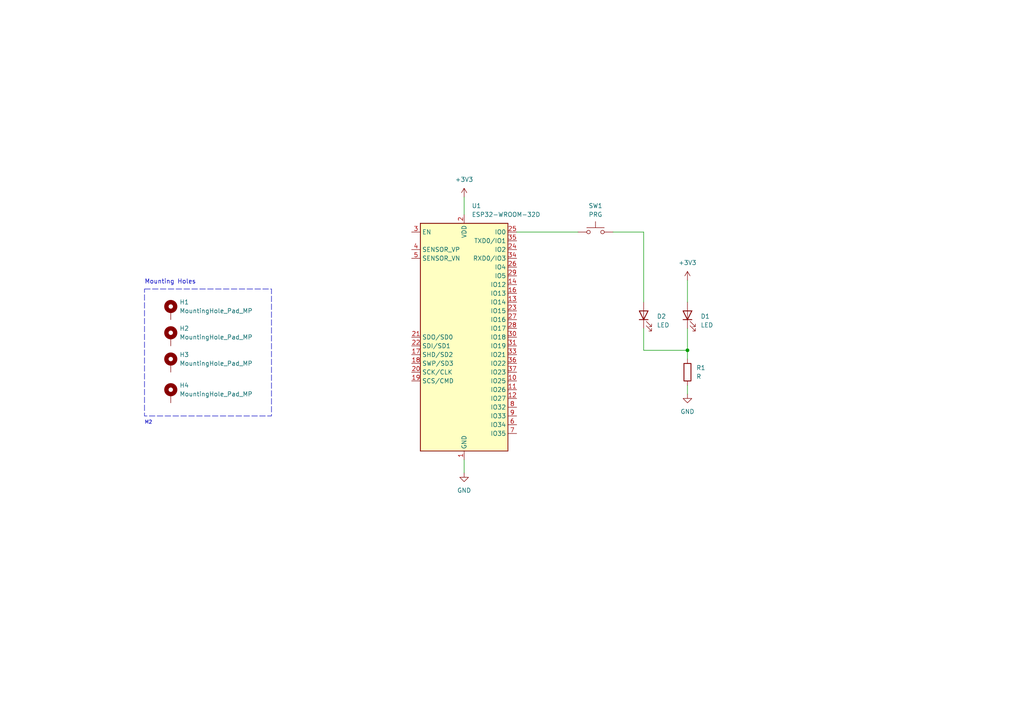
<source format=kicad_sch>
(kicad_sch (version 20231120) (generator "eeschema") (generator_version "8.0")
  (paper "A4")
  (lib_symbols
    (symbol "Device:LED" (pin_numbers hide) (pin_names (offset 1.016) hide)
      (property "Reference" "D" (at 0 2.54 0))
      (property "Value" "LED" (at 0 -2.54 0))
      (symbol "LED_0_1"
        (polyline (pts (xy -1.27 -1.27) (xy -1.27 1.27)) (stroke (width 0.254)))
        (polyline (pts (xy -1.27 0) (xy 1.27 0)))
        (polyline (pts (xy 1.27 -1.27) (xy 1.27 1.27) (xy -1.27 0) (xy 1.27 -1.27)) (stroke (width 0.254)))
        (polyline (pts (xy -3.048 -0.762) (xy -4.572 -2.286) (xy -3.81 -2.286) (xy -4.572 -2.286) (xy -4.572 -1.524)))
        (polyline (pts (xy -1.778 -0.762) (xy -3.302 -2.286) (xy -2.54 -2.286) (xy -3.302 -2.286) (xy -3.302 -1.524)))
      )
      (symbol "LED_1_1"
        (pin passive line (at -3.81 0 0) (length 2.54) (name "K") (number "1"))
        (pin passive line (at 3.81 0 180) (length 2.54) (name "A") (number "2"))
      )
    )
    (symbol "Device:R" (pin_numbers hide) (pin_names (offset 0))
      (property "Reference" "R" (at 2.032 0 90))
      (property "Value" "R" (at 0 0 90))
      (symbol "R_0_1"
        (rectangle (start -1.016 -2.54) (end 1.016 2.54) (stroke (width 0.254)))
      )
      (symbol "R_1_1"
        (pin passive line (at 0 3.81 270) (length 1.27) (name "~") (number "1"))
        (pin passive line (at 0 -3.81 90) (length 1.27) (name "~") (number "2"))
      )
    )
    (symbol "Mechanical:MountingHole_Pad_MP" (pin_numbers hide) (pin_names (offset 1.016) hide)
      (property "Reference" "H" (at 0 6.35 0))
      (property "Value" "MountingHole_Pad_MP" (at 0 4.445 0))
      (symbol "MountingHole_Pad_MP_0_1"
        (circle (center 0 1.27) (radius 1.27) (stroke (width 1.27)))
      )
      (symbol "MountingHole_Pad_MP_1_1"
        (pin input line (at 0 -2.54 90) (length 2.54) (name "MP") (number "MP"))
      )
    )
    (symbol "RF_Module:ESP32-WROOM-32D"
      (property "Reference" "U" (at -12.7 34.29 0))
      (property "Value" "ESP32-WROOM-32D" (at 1.27 34.29 0))
      (symbol "ESP32-WROOM-32D_0_1"
        (rectangle (start -12.7 33.02) (end 12.7 -33.02) (stroke (width 0.254)) (fill (type background)))
      )
      (symbol "ESP32-WROOM-32D_1_1"
        (pin power_in line (at 0 -35.56 90) (length 2.54) (name "GND") (number "1"))
        (pin bidirectional line (at 15.24 -12.7 180) (length 2.54) (name "IO25") (number "10"))
        (pin bidirectional line (at 15.24 -15.24 180) (length 2.54) (name "IO26") (number "11"))
        (pin bidirectional line (at 15.24 -17.78 180) (length 2.54) (name "IO27") (number "12"))
        (pin bidirectional line (at 15.24 10.16 180) (length 2.54) (name "IO14") (number "13"))
        (pin bidirectional line (at 15.24 15.24 180) (length 2.54) (name "IO12") (number "14"))
        (pin passive line (at 0 -35.56 90) (length 2.54) hide (name "GND") (number "15"))
        (pin bidirectional line (at 15.24 12.7 180) (length 2.54) (name "IO13") (number "16"))
        (pin bidirectional line (at -15.24 -5.08 0) (length 2.54) (name "SHD/SD2") (number "17"))
        (pin bidirectional line (at -15.24 -7.62 0) (length 2.54) (name "SWP/SD3") (number "18"))
        (pin bidirectional line (at -15.24 -12.7 0) (length 2.54) (name "SCS/CMD") (number "19"))
        (pin power_in line (at 0 35.56 270) (length 2.54) (name "VDD") (number "2"))
        (pin bidirectional line (at -15.24 -10.16 0) (length 2.54) (name "SCK/CLK") (number "20"))
        (pin bidirectional line (at -15.24 0 0) (length 2.54) (name "SDO/SD0") (number "21"))
        (pin bidirectional line (at -15.24 -2.54 0) (length 2.54) (name "SDI/SD1") (number "22"))
        (pin bidirectional line (at 15.24 7.62 180) (length 2.54) (name "IO15") (number "23"))
        (pin bidirectional line (at 15.24 25.4 180) (length 2.54) (name "IO2") (number "24"))
        (pin bidirectional line (at 15.24 30.48 180) (length 2.54) (name "IO0") (number "25"))
        (pin bidirectional line (at 15.24 20.32 180) (length 2.54) (name "IO4") (number "26"))
        (pin bidirectional line (at 15.24 5.08 180) (length 2.54) (name "IO16") (number "27"))
        (pin bidirectional line (at 15.24 2.54 180) (length 2.54) (name "IO17") (number "28"))
        (pin bidirectional line (at 15.24 17.78 180) (length 2.54) (name "IO5") (number "29"))
        (pin input line (at -15.24 30.48 0) (length 2.54) (name "EN") (number "3"))
        (pin bidirectional line (at 15.24 0 180) (length 2.54) (name "IO18") (number "30"))
        (pin bidirectional line (at 15.24 -2.54 180) (length 2.54) (name "IO19") (number "31"))
        (pin no_connect line (at -12.7 -27.94 0) (length 2.54) hide (name "NC") (number "32"))
        (pin bidirectional line (at 15.24 -5.08 180) (length 2.54) (name "IO21") (number "33"))
        (pin bidirectional line (at 15.24 22.86 180) (length 2.54) (name "RXD0/IO3") (number "34"))
        (pin bidirectional line (at 15.24 27.94 180) (length 2.54) (name "TXD0/IO1") (number "35"))
        (pin bidirectional line (at 15.24 -7.62 180) (length 2.54) (name "IO22") (number "36"))
        (pin bidirectional line (at 15.24 -10.16 180) (length 2.54) (name "IO23") (number "37"))
        (pin passive line (at 0 -35.56 90) (length 2.54) hide (name "GND") (number "38"))
        (pin passive line (at 0 -35.56 90) (length 2.54) hide (name "GND") (number "39"))
        (pin input line (at -15.24 25.4 0) (length 2.54) (name "SENSOR_VP") (number "4"))
        (pin input line (at -15.24 22.86 0) (length 2.54) (name "SENSOR_VN") (number "5"))
        (pin input line (at 15.24 -25.4 180) (length 2.54) (name "IO34") (number "6"))
        (pin input line (at 15.24 -27.94 180) (length 2.54) (name "IO35") (number "7"))
        (pin bidirectional line (at 15.24 -20.32 180) (length 2.54) (name "IO32") (number "8"))
        (pin bidirectional line (at 15.24 -22.86 180) (length 2.54) (name "IO33") (number "9"))
      )
    )
    (symbol "Switch:SW_Push" (pin_numbers hide) (pin_names (offset 1.016) hide)
      (property "Reference" "SW" (at 1.27 2.54 0))
      (property "Value" "SW_Push" (at 0 -1.524 0))
      (symbol "SW_Push_0_1"
        (circle (center -2.032 0) (radius 0.508))
        (polyline (pts (xy 0 1.27) (xy 0 3.048)))
        (polyline (pts (xy 2.54 1.27) (xy -2.54 1.27)))
        (circle (center 2.032 0) (radius 0.508))
        (pin passive line (at -5.08 0 0) (length 2.54) (name "1") (number "1"))
        (pin passive line (at 5.08 0 180) (length 2.54) (name "2") (number "2"))
      )
    )
    (symbol "power:+3V3" (power) (pin_names (offset 0))
      (property "Value" "+3V3" (at 0 3.556 0))
      (symbol "+3V3_0_1"
        (polyline (pts (xy -0.762 1.27) (xy 0 2.54)))
        (polyline (pts (xy 0 0) (xy 0 2.54)))
        (polyline (pts (xy 0 2.54) (xy 0.762 1.27)))
      )
      (symbol "+3V3_1_1"
        (pin power_in line (at 0 0 90) (length 0) hide (name "+3V3") (number "1"))
      )
    )
    (symbol "power:GND" (power) (pin_names (offset 0))
      (property "Value" "GND" (at 0 -3.81 0))
      (symbol "GND_0_1"
        (polyline (pts (xy 0 0) (xy 0 -1.27) (xy 1.27 -1.27) (xy 0 -2.54) (xy -1.27 -1.27) (xy 0 -1.27)))
      )
      (symbol "GND_1_1"
        (pin power_in line (at 0 0 270) (length 0) hide (name "GND") (number "1"))
      )
    )
  )
  (junction (at 199.39 101.6))
  (wire (pts (xy 149.86 67.31) (xy 167.64 67.31)))
  (wire (pts (xy 199.39 111.76) (xy 199.39 114.3)))
  (wire (pts (xy 177.8 67.31) (xy 186.69 67.31)))
  (wire (pts (xy 134.62 133.35) (xy 134.62 137.16)))
  (wire (pts (xy 199.39 95.25) (xy 199.39 101.6)))
  (wire (pts (xy 199.39 81.28) (xy 199.39 87.63)))
  (wire (pts (xy 199.39 101.6) (xy 199.39 104.14)))
  (wire (pts (xy 186.69 67.31) (xy 186.69 87.63)))
  (wire (pts (xy 186.69 95.25) (xy 186.69 101.6)))
  (wire (pts (xy 186.69 101.6) (xy 199.39 101.6)))
  (wire (pts (xy 134.62 57.15) (xy 134.62 62.23)))
  (rectangle (start 41.91 83.82) (end 78.74 120.65) (stroke (width 0) (type dash)))
  (text "M2" (at 41.91 123.19 0) (effects (font (size 1 1)) (justify left bottom)))
  (text "Mounting Holes" (at 41.91 82.55 0) (effects (font (size 1.27 1.27)) (justify left bottom)))
  (symbol (lib_id "Device:R") (at 199.39 107.95 0) (unit 1)
    (property "Reference" "R1" (at 201.93 106.68 0) (effects (justify left)))
    (property "Value" "R" (at 201.93 109.22 0) (effects (justify left)))
    (property "Footprint" "Alexander Footprints Library:R_2.5mm" (effects (hide yes)))
  )
  (symbol (lib_id "power:GND") (at 134.62 137.16 0) (unit 1)
    (property "Reference" "#PWR03" (effects (hide yes)))
    (property "Value" "GND" (at 134.62 142.24 0))
  )
  (symbol (lib_id "RF_Module:ESP32-WROOM-32D") (at 134.62 97.79 0) (unit 1)
    (property "Reference" "U1" (at 136.8141 59.69 0) (effects (justify left)))
    (property "Value" "ESP32-WROOM-32D" (at 136.8141 62.23 0) (effects (justify left)))
    (property "Footprint" "Alexander Footprints Library:ESP32-WROOM-Adapter-2" (effects (hide yes)))
    (property "Datasheet" "https://www.espressif.com/sites/default/files/documentation/esp32-wroom-32d_esp32-wroom-32u_datasheet_en.pdf" (effects (hide yes)))
  )
  (symbol (lib_id "Mechanical:MountingHole_Pad_MP") (at 49.53 105.41 0) (unit 1)
    (property "Reference" "H3" (at 52.07 102.87 0) (effects (justify left)))
    (property "Value" "MountingHole_Pad_MP" (at 52.07 105.41 0) (effects (justify left)))
    (property "Footprint" "MountingHole:MountingHole_2.2mm_M2" (effects (hide yes)))
  )
  (symbol (lib_id "Device:LED") (at 199.39 91.44 90) (unit 1)
    (property "Reference" "D1" (at 203.2 91.7575 90) (effects (justify right)))
    (property "Value" "LED" (at 203.2 94.2975 90) (effects (justify right)))
    (property "Footprint" "Alexander Footprints Library:LED_2.5mm" (effects (hide yes)))
  )
  (symbol (lib_id "Device:LED") (at 186.69 91.44 90) (unit 1)
    (property "Reference" "D2" (at 190.5 91.7575 90) (effects (justify right)))
    (property "Value" "LED" (at 190.5 94.2975 90) (effects (justify right)))
    (property "Footprint" "Alexander Footprints Library:LED_2.5mm" (effects (hide yes)))
  )
  (symbol (lib_id "power:+3V3") (at 199.39 81.28 0) (unit 1)
    (property "Reference" "#PWR02" (effects (hide yes)))
    (property "Value" "+3V3" (at 199.39 76.2 0))
  )
  (symbol (lib_id "Mechanical:MountingHole_Pad_MP") (at 49.53 114.3 0) (unit 1)
    (property "Reference" "H4" (at 52.07 111.76 0) (effects (justify left)))
    (property "Value" "MountingHole_Pad_MP" (at 52.07 114.3 0) (effects (justify left)))
    (property "Footprint" "MountingHole:MountingHole_2.2mm_M2" (effects (hide yes)))
  )
  (symbol (lib_id "power:+3V3") (at 134.62 57.15 0) (unit 1)
    (property "Reference" "#PWR04" (effects (hide yes)))
    (property "Value" "+3V3" (at 134.62 52.07 0))
  )
  (symbol (lib_id "Mechanical:MountingHole_Pad_MP") (at 49.53 97.79 0) (unit 1)
    (property "Reference" "H2" (at 52.07 95.25 0) (effects (justify left)))
    (property "Value" "MountingHole_Pad_MP" (at 52.07 97.79 0) (effects (justify left)))
    (property "Footprint" "MountingHole:MountingHole_2.2mm_M2" (effects (hide yes)))
  )
  (symbol (lib_id "power:GND") (at 199.39 114.3 0) (unit 1)
    (property "Reference" "#PWR01" (effects (hide yes)))
    (property "Value" "GND" (at 199.39 119.38 0))
  )
  (symbol (lib_id "Mechanical:MountingHole_Pad_MP") (at 49.53 90.17 0) (unit 1)
    (property "Reference" "H1" (at 52.07 87.63 0) (effects (justify left)))
    (property "Value" "MountingHole_Pad_MP" (at 52.07 90.17 0) (effects (justify left)))
    (property "Footprint" "MountingHole:MountingHole_2.2mm_M2" (effects (hide yes)))
  )
  (symbol (lib_id "Switch:SW_Push") (at 172.72 67.31 0) (unit 1)
    (property "Reference" "SW1" (at 172.72 59.69 0))
    (property "Value" "PRG" (at 172.72 62.23 0))
    (property "Footprint" "Button_Switch_SMD:SW_SPST_EVQPE1" (effects (hide yes)))
  )
)
</source>
